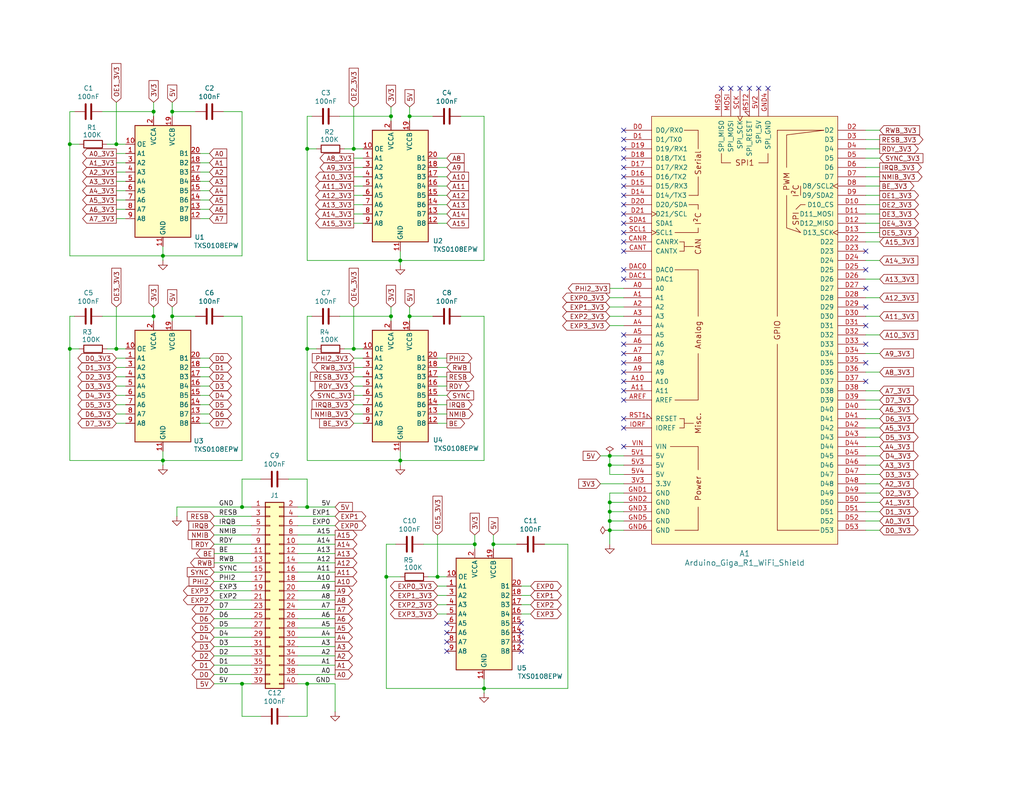
<source format=kicad_sch>
(kicad_sch (version 20231120) (generator "eeschema") (generator_version "8.0")
  (paper "USLetter")
  (title_block (title "6502 Giga Shield") (date "2024-04-08") (rev "1.0") (company "A.C. Wright Design"))
  (junction (at 83.82 186.69))
  (junction (at 31.75 95.25))
  (junction (at 111.76 86.36))
  (junction (at 166.37 139.7))
  (junction (at 46.99 30.48))
  (junction (at 166.37 137.16))
  (junction (at 46.99 86.36))
  (junction (at 106.68 86.36))
  (junction (at 19.05 95.25))
  (junction (at 132.08 187.96))
  (junction (at 83.82 95.25))
  (junction (at 166.37 124.46))
  (junction (at 66.04 138.43))
  (junction (at 111.76 31.75))
  (junction (at 19.05 39.37))
  (junction (at 96.52 40.64))
  (junction (at 41.91 30.48))
  (junction (at 83.82 138.43))
  (junction (at 119.38 157.48))
  (junction (at 109.22 125.73))
  (junction (at 134.62 148.59))
  (junction (at 109.22 71.12))
  (junction (at 96.52 95.25))
  (junction (at 44.45 125.73))
  (junction (at 105.41 157.48))
  (junction (at 66.04 186.69))
  (junction (at 106.68 31.75))
  (junction (at 166.37 144.78))
  (junction (at 166.37 142.24))
  (junction (at 129.54 148.59))
  (junction (at 83.82 40.64))
  (junction (at 31.75 39.37))
  (junction (at 41.91 86.36))
  (junction (at 166.37 127))
  (junction (at 44.45 69.85))
  (no_connect (at 142.24 177.8))
  (no_connect (at 170.18 53.34))
  (no_connect (at 121.92 175.26))
  (no_connect (at 170.18 58.42))
  (no_connect (at 170.18 55.88))
  (no_connect (at 170.18 66.04))
  (no_connect (at 207.01 24.13))
  (no_connect (at 201.93 24.13))
  (no_connect (at 142.24 175.26))
  (no_connect (at 170.18 45.72))
  (no_connect (at 204.47 24.13))
  (no_connect (at 170.18 38.1))
  (no_connect (at 170.18 76.2))
  (no_connect (at 170.18 48.26))
  (no_connect (at 170.18 116.84))
  (no_connect (at 236.22 104.14))
  (no_connect (at 170.18 60.96))
  (no_connect (at 170.18 109.22))
  (no_connect (at 170.18 121.92))
  (no_connect (at 236.22 68.58))
  (no_connect (at 142.24 172.72))
  (no_connect (at 170.18 96.52))
  (no_connect (at 142.24 170.18))
  (no_connect (at 236.22 83.82))
  (no_connect (at 170.18 35.56))
  (no_connect (at 170.18 106.68))
  (no_connect (at 170.18 101.6))
  (no_connect (at 236.22 73.66))
  (no_connect (at 196.85 24.13))
  (no_connect (at 170.18 73.66))
  (no_connect (at 236.22 88.9))
  (no_connect (at 170.18 93.98))
  (no_connect (at 170.18 99.06))
  (no_connect (at 170.18 68.58))
  (no_connect (at 121.92 177.8))
  (no_connect (at 170.18 63.5))
  (no_connect (at 121.92 170.18))
  (no_connect (at 209.55 24.13))
  (no_connect (at 199.39 24.13))
  (no_connect (at 236.22 99.06))
  (no_connect (at 170.18 91.44))
  (no_connect (at 170.18 50.8))
  (no_connect (at 170.18 43.18))
  (no_connect (at 170.18 114.3))
  (no_connect (at 236.22 78.74))
  (no_connect (at 236.22 93.98))
  (no_connect (at 170.18 40.64))
  (no_connect (at 170.18 104.14))
  (no_connect (at 121.92 172.72))
  (wire (pts (xy 31.75 57.15) (xy 34.29 57.15)))
  (wire (pts (xy 119.38 107.95) (xy 121.92 107.95)))
  (wire (pts (xy 31.75 113.03) (xy 34.29 113.03)))
  (wire (pts (xy 154.94 148.59) (xy 154.94 187.96)))
  (wire (pts (xy 58.42 148.59) (xy 68.58 148.59)))
  (wire (pts (xy 46.99 83.82) (xy 46.99 86.36)))
  (wire (pts (xy 236.22 86.36) (xy 240.03 86.36)))
  (wire (pts (xy 71.12 130.81) (xy 66.04 130.81)))
  (wire (pts (xy 236.22 43.18) (xy 240.03 43.18)))
  (wire (pts (xy 31.75 100.33) (xy 34.29 100.33)))
  (wire (pts (xy 19.05 39.37) (xy 19.05 69.85)))
  (wire (pts (xy 31.75 83.82) (xy 31.75 95.25)))
  (wire (pts (xy 116.84 157.48) (xy 119.38 157.48)))
  (wire (pts (xy 96.52 60.96) (xy 99.06 60.96)))
  (wire (pts (xy 166.37 142.24) (xy 166.37 144.78)))
  (wire (pts (xy 236.22 129.54) (xy 240.03 129.54)))
  (wire (pts (xy 83.82 40.64) (xy 86.36 40.64)))
  (wire (pts (xy 96.52 48.26) (xy 99.06 48.26)))
  (wire (pts (xy 118.11 86.36) (xy 111.76 86.36)))
  (wire (pts (xy 236.22 144.78) (xy 240.03 144.78)))
  (wire (pts (xy 58.42 163.83) (xy 68.58 163.83)))
  (wire (pts (xy 111.76 31.75) (xy 111.76 33.02)))
  (wire (pts (xy 41.91 30.48) (xy 41.91 31.75)))
  (wire (pts (xy 54.61 115.57) (xy 57.15 115.57)))
  (wire (pts (xy 81.28 171.45) (xy 91.44 171.45)))
  (wire (pts (xy 96.52 29.21) (xy 96.52 40.64)))
  (wire (pts (xy 46.99 86.36) (xy 46.99 87.63)))
  (wire (pts (xy 68.58 166.37) (xy 58.42 166.37)))
  (wire (pts (xy 96.52 43.18) (xy 99.06 43.18)))
  (wire (pts (xy 68.58 138.43) (xy 66.04 138.43)))
  (wire (pts (xy 19.05 95.25) (xy 19.05 125.73)))
  (wire (pts (xy 31.75 115.57) (xy 34.29 115.57)))
  (wire (pts (xy 54.61 100.33) (xy 57.15 100.33)))
  (wire (pts (xy 236.22 106.68) (xy 240.03 106.68)))
  (wire (pts (xy 154.94 187.96) (xy 132.08 187.96)))
  (wire (pts (xy 44.45 127) (xy 44.45 125.73)))
  (wire (pts (xy 236.22 66.04) (xy 240.03 66.04)))
  (wire (pts (xy 119.38 45.72) (xy 121.92 45.72)))
  (wire (pts (xy 91.44 148.59) (xy 81.28 148.59)))
  (wire (pts (xy 166.37 86.36) (xy 170.18 86.36)))
  (wire (pts (xy 236.22 63.5) (xy 240.03 63.5)))
  (wire (pts (xy 78.74 130.81) (xy 83.82 130.81)))
  (wire (pts (xy 46.99 86.36) (xy 53.34 86.36)))
  (wire (pts (xy 54.61 41.91) (xy 57.15 41.91)))
  (wire (pts (xy 96.52 55.88) (xy 99.06 55.88)))
  (wire (pts (xy 66.04 186.69) (xy 66.04 195.58)))
  (wire (pts (xy 132.08 189.23) (xy 132.08 187.96)))
  (wire (pts (xy 119.38 50.8) (xy 121.92 50.8)))
  (wire (pts (xy 81.28 176.53) (xy 91.44 176.53)))
  (wire (pts (xy 166.37 127) (xy 166.37 129.54)))
  (wire (pts (xy 31.75 110.49) (xy 34.29 110.49)))
  (wire (pts (xy 236.22 111.76) (xy 240.03 111.76)))
  (wire (pts (xy 166.37 144.78) (xy 170.18 144.78)))
  (wire (pts (xy 105.41 157.48) (xy 109.22 157.48)))
  (wire (pts (xy 142.24 160.02) (xy 144.78 160.02)))
  (wire (pts (xy 107.95 148.59) (xy 105.41 148.59)))
  (wire (pts (xy 236.22 137.16) (xy 240.03 137.16)))
  (wire (pts (xy 166.37 88.9) (xy 170.18 88.9)))
  (wire (pts (xy 31.75 44.45) (xy 34.29 44.45)))
  (wire (pts (xy 68.58 186.69) (xy 66.04 186.69)))
  (wire (pts (xy 92.71 86.36) (xy 106.68 86.36)))
  (wire (pts (xy 132.08 125.73) (xy 109.22 125.73)))
  (wire (pts (xy 119.38 110.49) (xy 121.92 110.49)))
  (wire (pts (xy 109.22 71.12) (xy 109.22 68.58)))
  (wire (pts (xy 58.42 168.91) (xy 68.58 168.91)))
  (wire (pts (xy 236.22 60.96) (xy 240.03 60.96)))
  (wire (pts (xy 48.26 140.97) (xy 48.26 138.43)))
  (wire (pts (xy 109.22 127) (xy 109.22 125.73)))
  (wire (pts (xy 106.68 29.21) (xy 106.68 31.75)))
  (wire (pts (xy 96.52 97.79) (xy 99.06 97.79)))
  (wire (pts (xy 134.62 146.05) (xy 134.62 148.59)))
  (wire (pts (xy 236.22 139.7) (xy 240.03 139.7)))
  (wire (pts (xy 83.82 125.73) (xy 109.22 125.73)))
  (wire (pts (xy 83.82 195.58) (xy 78.74 195.58)))
  (wire (pts (xy 163.83 132.08) (xy 170.18 132.08)))
  (wire (pts (xy 68.58 176.53) (xy 58.42 176.53)))
  (wire (pts (xy 58.42 143.51) (xy 68.58 143.51)))
  (wire (pts (xy 119.38 55.88) (xy 121.92 55.88)))
  (wire (pts (xy 92.71 31.75) (xy 106.68 31.75)))
  (wire (pts (xy 68.58 151.13) (xy 58.42 151.13)))
  (wire (pts (xy 163.83 124.46) (xy 166.37 124.46)))
  (wire (pts (xy 140.97 148.59) (xy 134.62 148.59)))
  (wire (pts (xy 129.54 148.59) (xy 129.54 149.86)))
  (wire (pts (xy 41.91 27.94) (xy 41.91 30.48)))
  (wire (pts (xy 96.52 95.25) (xy 99.06 95.25)))
  (wire (pts (xy 83.82 138.43) (xy 81.28 138.43)))
  (wire (pts (xy 81.28 156.21) (xy 91.44 156.21)))
  (wire (pts (xy 27.94 86.36) (xy 41.91 86.36)))
  (wire (pts (xy 58.42 184.15) (xy 68.58 184.15)))
  (wire (pts (xy 93.98 95.25) (xy 96.52 95.25)))
  (wire (pts (xy 148.59 148.59) (xy 154.94 148.59)))
  (wire (pts (xy 91.44 158.75) (xy 81.28 158.75)))
  (wire (pts (xy 119.38 102.87) (xy 121.92 102.87)))
  (wire (pts (xy 125.73 31.75) (xy 132.08 31.75)))
  (wire (pts (xy 68.58 171.45) (xy 58.42 171.45)))
  (wire (pts (xy 236.22 71.12) (xy 240.03 71.12)))
  (wire (pts (xy 119.38 160.02) (xy 121.92 160.02)))
  (wire (pts (xy 119.38 165.1) (xy 121.92 165.1)))
  (wire (pts (xy 119.38 157.48) (xy 121.92 157.48)))
  (wire (pts (xy 132.08 71.12) (xy 109.22 71.12)))
  (wire (pts (xy 236.22 109.22) (xy 240.03 109.22)))
  (wire (pts (xy 236.22 50.8) (xy 240.03 50.8)))
  (wire (pts (xy 54.61 54.61) (xy 57.15 54.61)))
  (wire (pts (xy 31.75 97.79) (xy 34.29 97.79)))
  (wire (pts (xy 96.52 107.95) (xy 99.06 107.95)))
  (wire (pts (xy 236.22 101.6) (xy 240.03 101.6)))
  (wire (pts (xy 236.22 119.38) (xy 240.03 119.38)))
  (wire (pts (xy 119.38 146.05) (xy 119.38 157.48)))
  (wire (pts (xy 105.41 157.48) (xy 105.41 187.96)))
  (wire (pts (xy 111.76 86.36) (xy 111.76 87.63)))
  (wire (pts (xy 31.75 95.25) (xy 34.29 95.25)))
  (wire (pts (xy 96.52 50.8) (xy 99.06 50.8)))
  (wire (pts (xy 119.38 115.57) (xy 121.92 115.57)))
  (wire (pts (xy 54.61 110.49) (xy 57.15 110.49)))
  (wire (pts (xy 58.42 186.69) (xy 66.04 186.69)))
  (wire (pts (xy 60.96 86.36) (xy 66.04 86.36)))
  (wire (pts (xy 31.75 52.07) (xy 34.29 52.07)))
  (wire (pts (xy 96.52 115.57) (xy 99.06 115.57)))
  (wire (pts (xy 54.61 59.69) (xy 57.15 59.69)))
  (wire (pts (xy 236.22 58.42) (xy 240.03 58.42)))
  (wire (pts (xy 91.44 186.69) (xy 91.44 194.31)))
  (wire (pts (xy 66.04 125.73) (xy 44.45 125.73)))
  (wire (pts (xy 31.75 59.69) (xy 34.29 59.69)))
  (wire (pts (xy 91.44 143.51) (xy 81.28 143.51)))
  (wire (pts (xy 134.62 148.59) (xy 134.62 149.86)))
  (wire (pts (xy 91.44 153.67) (xy 81.28 153.67)))
  (wire (pts (xy 68.58 156.21) (xy 58.42 156.21)))
  (wire (pts (xy 166.37 129.54) (xy 170.18 129.54)))
  (wire (pts (xy 58.42 179.07) (xy 68.58 179.07)))
  (wire (pts (xy 132.08 86.36) (xy 132.08 125.73)))
  (wire (pts (xy 236.22 48.26) (xy 240.03 48.26)))
  (wire (pts (xy 119.38 58.42) (xy 121.92 58.42)))
  (wire (pts (xy 19.05 30.48) (xy 19.05 39.37)))
  (wire (pts (xy 125.73 86.36) (xy 132.08 86.36)))
  (wire (pts (xy 20.32 30.48) (xy 19.05 30.48)))
  (wire (pts (xy 166.37 83.82) (xy 170.18 83.82)))
  (wire (pts (xy 119.38 167.64) (xy 121.92 167.64)))
  (wire (pts (xy 236.22 124.46) (xy 240.03 124.46)))
  (wire (pts (xy 83.82 95.25) (xy 83.82 125.73)))
  (wire (pts (xy 66.04 195.58) (xy 71.12 195.58)))
  (wire (pts (xy 91.44 184.15) (xy 81.28 184.15)))
  (wire (pts (xy 236.22 38.1) (xy 240.03 38.1)))
  (wire (pts (xy 81.28 146.05) (xy 91.44 146.05)))
  (wire (pts (xy 58.42 146.05) (xy 68.58 146.05)))
  (wire (pts (xy 142.24 162.56) (xy 144.78 162.56)))
  (wire (pts (xy 66.04 69.85) (xy 44.45 69.85)))
  (wire (pts (xy 166.37 124.46) (xy 170.18 124.46)))
  (wire (pts (xy 236.22 40.64) (xy 240.03 40.64)))
  (wire (pts (xy 105.41 187.96) (xy 132.08 187.96)))
  (wire (pts (xy 31.75 105.41) (xy 34.29 105.41)))
  (wire (pts (xy 54.61 46.99) (xy 57.15 46.99)))
  (wire (pts (xy 81.28 140.97) (xy 91.44 140.97)))
  (wire (pts (xy 31.75 107.95) (xy 34.29 107.95)))
  (wire (pts (xy 236.22 53.34) (xy 240.03 53.34)))
  (wire (pts (xy 166.37 81.28) (xy 170.18 81.28)))
  (wire (pts (xy 142.24 165.1) (xy 144.78 165.1)))
  (wire (pts (xy 236.22 96.52) (xy 240.03 96.52)))
  (wire (pts (xy 166.37 137.16) (xy 170.18 137.16)))
  (wire (pts (xy 54.61 97.79) (xy 57.15 97.79)))
  (wire (pts (xy 96.52 105.41) (xy 99.06 105.41)))
  (wire (pts (xy 132.08 187.96) (xy 132.08 185.42)))
  (wire (pts (xy 68.58 161.29) (xy 58.42 161.29)))
  (wire (pts (xy 236.22 45.72) (xy 240.03 45.72)))
  (wire (pts (xy 19.05 125.73) (xy 44.45 125.73)))
  (wire (pts (xy 81.28 181.61) (xy 91.44 181.61)))
  (wire (pts (xy 129.54 146.05) (xy 129.54 148.59)))
  (wire (pts (xy 81.28 151.13) (xy 91.44 151.13)))
  (wire (pts (xy 166.37 139.7) (xy 170.18 139.7)))
  (wire (pts (xy 54.61 105.41) (xy 57.15 105.41)))
  (wire (pts (xy 109.22 125.73) (xy 109.22 123.19)))
  (wire (pts (xy 46.99 27.94) (xy 46.99 30.48)))
  (wire (pts (xy 166.37 124.46) (xy 166.37 127)))
  (wire (pts (xy 236.22 134.62) (xy 240.03 134.62)))
  (wire (pts (xy 54.61 52.07) (xy 57.15 52.07)))
  (wire (pts (xy 91.44 168.91) (xy 81.28 168.91)))
  (wire (pts (xy 111.76 31.75) (xy 118.11 31.75)))
  (wire (pts (xy 81.28 161.29) (xy 91.44 161.29)))
  (wire (pts (xy 19.05 69.85) (xy 44.45 69.85)))
  (wire (pts (xy 31.75 46.99) (xy 34.29 46.99)))
  (wire (pts (xy 54.61 57.15) (xy 57.15 57.15)))
  (wire (pts (xy 85.09 86.36) (xy 83.82 86.36)))
  (wire (pts (xy 109.22 72.39) (xy 109.22 71.12)))
  (wire (pts (xy 96.52 110.49) (xy 99.06 110.49)))
  (wire (pts (xy 111.76 83.82) (xy 111.76 86.36)))
  (wire (pts (xy 20.32 86.36) (xy 19.05 86.36)))
  (wire (pts (xy 166.37 134.62) (xy 166.37 137.16)))
  (wire (pts (xy 236.22 114.3) (xy 240.03 114.3)))
  (wire (pts (xy 96.52 58.42) (xy 99.06 58.42)))
  (wire (pts (xy 83.82 71.12) (xy 109.22 71.12)))
  (wire (pts (xy 66.04 86.36) (xy 66.04 125.73)))
  (wire (pts (xy 96.52 53.34) (xy 99.06 53.34)))
  (wire (pts (xy 31.75 27.94) (xy 31.75 39.37)))
  (wire (pts (xy 58.42 153.67) (xy 68.58 153.67)))
  (wire (pts (xy 96.52 83.82) (xy 96.52 95.25)))
  (wire (pts (xy 83.82 31.75) (xy 83.82 40.64)))
  (wire (pts (xy 119.38 113.03) (xy 121.92 113.03)))
  (wire (pts (xy 46.99 30.48) (xy 46.99 31.75)))
  (wire (pts (xy 96.52 40.64) (xy 99.06 40.64)))
  (wire (pts (xy 132.08 31.75) (xy 132.08 71.12)))
  (wire (pts (xy 236.22 76.2) (xy 240.03 76.2)))
  (wire (pts (xy 166.37 139.7) (xy 166.37 142.24)))
  (wire (pts (xy 58.42 158.75) (xy 68.58 158.75)))
  (wire (pts (xy 46.99 30.48) (xy 53.34 30.48)))
  (wire (pts (xy 111.76 29.21) (xy 111.76 31.75)))
  (wire (pts (xy 96.52 100.33) (xy 99.06 100.33)))
  (wire (pts (xy 119.38 60.96) (xy 121.92 60.96)))
  (wire (pts (xy 166.37 127) (xy 170.18 127)))
  (wire (pts (xy 31.75 54.61) (xy 34.29 54.61)))
  (wire (pts (xy 83.82 95.25) (xy 86.36 95.25)))
  (wire (pts (xy 236.22 132.08) (xy 240.03 132.08)))
  (wire (pts (xy 119.38 48.26) (xy 121.92 48.26)))
  (wire (pts (xy 83.82 186.69) (xy 83.82 195.58)))
  (wire (pts (xy 68.58 181.61) (xy 58.42 181.61)))
  (wire (pts (xy 142.24 167.64) (xy 144.78 167.64)))
  (wire (pts (xy 41.91 86.36) (xy 41.91 87.63)))
  (wire (pts (xy 106.68 86.36) (xy 106.68 87.63)))
  (wire (pts (xy 44.45 69.85) (xy 44.45 67.31)))
  (wire (pts (xy 170.18 134.62) (xy 166.37 134.62)))
  (wire (pts (xy 166.37 144.78) (xy 166.37 148.59)))
  (wire (pts (xy 83.82 186.69) (xy 91.44 186.69)))
  (wire (pts (xy 105.41 148.59) (xy 105.41 157.48)))
  (wire (pts (xy 236.22 91.44) (xy 240.03 91.44)))
  (wire (pts (xy 96.52 102.87) (xy 99.06 102.87)))
  (wire (pts (xy 41.91 83.82) (xy 41.91 86.36)))
  (wire (pts (xy 44.45 71.12) (xy 44.45 69.85)))
  (wire (pts (xy 119.38 43.18) (xy 121.92 43.18)))
  (wire (pts (xy 83.82 31.75) (xy 85.09 31.75)))
  (wire (pts (xy 236.22 35.56) (xy 240.03 35.56)))
  (wire (pts (xy 19.05 95.25) (xy 21.59 95.25)))
  (wire (pts (xy 19.05 86.36) (xy 19.05 95.25)))
  (wire (pts (xy 106.68 83.82) (xy 106.68 86.36)))
  (wire (pts (xy 83.82 86.36) (xy 83.82 95.25)))
  (wire (pts (xy 27.94 30.48) (xy 41.91 30.48)))
  (wire (pts (xy 236.22 116.84) (xy 240.03 116.84)))
  (wire (pts (xy 54.61 44.45) (xy 57.15 44.45)))
  (wire (pts (xy 236.22 121.92) (xy 240.03 121.92)))
  (wire (pts (xy 236.22 55.88) (xy 240.03 55.88)))
  (wire (pts (xy 236.22 81.28) (xy 240.03 81.28)))
  (wire (pts (xy 31.75 41.91) (xy 34.29 41.91)))
  (wire (pts (xy 96.52 45.72) (xy 99.06 45.72)))
  (wire (pts (xy 91.44 173.99) (xy 81.28 173.99)))
  (wire (pts (xy 119.38 100.33) (xy 121.92 100.33)))
  (wire (pts (xy 54.61 113.03) (xy 57.15 113.03)))
  (wire (pts (xy 83.82 40.64) (xy 83.82 71.12)))
  (wire (pts (xy 29.21 39.37) (xy 31.75 39.37)))
  (wire (pts (xy 236.22 127) (xy 240.03 127)))
  (wire (pts (xy 48.26 138.43) (xy 66.04 138.43)))
  (wire (pts (xy 31.75 39.37) (xy 34.29 39.37)))
  (wire (pts (xy 29.21 95.25) (xy 31.75 95.25)))
  (wire (pts (xy 119.38 105.41) (xy 121.92 105.41)))
  (wire (pts (xy 54.61 102.87) (xy 57.15 102.87)))
  (wire (pts (xy 91.44 138.43) (xy 83.82 138.43)))
  (wire (pts (xy 58.42 173.99) (xy 68.58 173.99)))
  (wire (pts (xy 19.05 39.37) (xy 21.59 39.37)))
  (wire (pts (xy 60.96 30.48) (xy 66.04 30.48)))
  (wire (pts (xy 236.22 142.24) (xy 240.03 142.24)))
  (wire (pts (xy 54.61 107.95) (xy 57.15 107.95)))
  (wire (pts (xy 31.75 102.87) (xy 34.29 102.87)))
  (wire (pts (xy 83.82 130.81) (xy 83.82 138.43)))
  (wire (pts (xy 96.52 113.03) (xy 99.06 113.03)))
  (wire (pts (xy 66.04 30.48) (xy 66.04 69.85)))
  (wire (pts (xy 81.28 186.69) (xy 83.82 186.69)))
  (wire (pts (xy 106.68 31.75) (xy 106.68 33.02)))
  (wire (pts (xy 166.37 142.24) (xy 170.18 142.24)))
  (wire (pts (xy 115.57 148.59) (xy 129.54 148.59)))
  (wire (pts (xy 66.04 130.81) (xy 66.04 138.43)))
  (wire (pts (xy 119.38 162.56) (xy 121.92 162.56)))
  (wire (pts (xy 166.37 137.16) (xy 166.37 139.7)))
  (wire (pts (xy 91.44 163.83) (xy 81.28 163.83)))
  (wire (pts (xy 31.75 49.53) (xy 34.29 49.53)))
  (wire (pts (xy 54.61 49.53) (xy 57.15 49.53)))
  (wire (pts (xy 44.45 125.73) (xy 44.45 123.19)))
  (wire (pts (xy 166.37 78.74) (xy 170.18 78.74)))
  (wire (pts (xy 58.42 140.97) (xy 68.58 140.97)))
  (wire (pts (xy 93.98 40.64) (xy 96.52 40.64)))
  (wire (pts (xy 81.28 166.37) (xy 91.44 166.37)))
  (wire (pts (xy 119.38 97.79) (xy 121.92 97.79)))
  (wire (pts (xy 119.38 53.34) (xy 121.92 53.34)))
  (wire (pts (xy 91.44 179.07) (xy 81.28 179.07)))
  (label "A5" (at 90.17 171.45 180))
  (label "EXP0" (at 90.17 143.51 180))
  (label "A4" (at 90.17 173.99 180))
  (label "RDY" (at 59.69 148.59 0))
  (label "RESB" (at 59.69 140.97 0))
  (label "BE" (at 59.69 151.13 0))
  (label "PHI2" (at 59.69 158.75 0))
  (label "EXP3" (at 59.69 161.29 0))
  (label "A8" (at 90.17 163.83 180))
  (label "A15" (at 90.17 146.05 180))
  (label "D2" (at 59.69 179.07 0))
  (label "D4" (at 59.69 173.99 0))
  (label "A0" (at 90.17 184.15 180))
  (label "D5" (at 59.69 171.45 0))
  (label "A12" (at 90.17 153.67 180))
  (label "A11" (at 90.17 156.21 180))
  (label "D6" (at 59.69 168.91 0))
  (label "GND" (at 59.69 138.43 0))
  (label "IRQB" (at 59.69 143.51 0))
  (label "EXP1" (at 90.17 140.97 180))
  (label "D1" (at 59.69 181.61 0))
  (label "A7" (at 90.17 166.37 180))
  (label "RWB" (at 59.69 153.67 0))
  (label "D7" (at 59.69 166.37 0))
  (label "5V" (at 59.69 186.69 0))
  (label "D0" (at 59.69 184.15 0))
  (label "A9" (at 90.17 161.29 180))
  (label "5V" (at 90.17 138.43 180))
  (label "A3" (at 90.17 176.53 180))
  (label "A2" (at 90.17 179.07 180))
  (label "A6" (at 90.17 168.91 180))
  (label "NMIB" (at 59.69 146.05 0))
  (label "A1" (at 90.17 181.61 180))
  (label "A13" (at 90.17 151.13 180))
  (label "GND" (at 90.17 186.69 180))
  (label "EXP2" (at 59.69 163.83 0))
  (label "SYNC" (at 59.69 156.21 0))
  (label "A10" (at 90.17 158.75 180))
  (label "D3" (at 59.69 176.53 0))
  (label "A14" (at 90.17 148.59 180))
  (global_label "A3_3V3" (shape input) (at 240.03 127 0) (property "Intersheetrefs" "${INTERSHEET_REFS}" (effects (hide yes))))
  (global_label "A13_3V3" (shape input) (at 240.03 76.2 0) (property "Intersheetrefs" "${INTERSHEET_REFS}" (effects (hide yes))))
  (global_label "5V" (shape input) (at 58.42 186.69 180) (property "Intersheetrefs" "${INTERSHEET_REFS}" (effects (hide yes))))
  (global_label "A9_3V3" (shape input) (at 240.03 96.52 0) (property "Intersheetrefs" "${INTERSHEET_REFS}" (effects (hide yes))))
  (global_label "EXP2" (shape bidirectional) (at 144.78 165.1 0) (property "Intersheetrefs" "${INTERSHEET_REFS}" (effects (hide yes))))
  (global_label "A14" (shape output) (at 91.44 148.59 0) (property "Intersheetrefs" "${INTERSHEET_REFS}" (effects (hide yes))))
  (global_label "RWB_3V3" (shape output) (at 96.52 100.33 180) (property "Intersheetrefs" "${INTERSHEET_REFS}" (effects (hide yes))))
  (global_label "EXP1_3V3" (shape bidirectional) (at 119.38 162.56 180) (property "Intersheetrefs" "${INTERSHEET_REFS}" (effects (hide yes))))
  (global_label "D2" (shape bidirectional) (at 58.42 179.07 180) (property "Intersheetrefs" "${INTERSHEET_REFS}" (effects (hide yes))))
  (global_label "OE1_3V3" (shape input) (at 31.75 27.94 90) (property "Intersheetrefs" "${INTERSHEET_REFS}" (effects (hide yes))))
  (global_label "A6_3V3" (shape output) (at 31.75 57.15 180) (property "Intersheetrefs" "${INTERSHEET_REFS}" (effects (hide yes))))
  (global_label "BE_3V3" (shape input) (at 96.52 115.57 180) (property "Intersheetrefs" "${INTERSHEET_REFS}" (effects (hide yes))))
  (global_label "NMIB_3V3" (shape output) (at 240.03 48.26 0) (property "Intersheetrefs" "${INTERSHEET_REFS}" (effects (hide yes))))
  (global_label "D0_3V3" (shape bidirectional) (at 31.75 97.79 180) (property "Intersheetrefs" "${INTERSHEET_REFS}" (effects (hide yes))))
  (global_label "A8" (shape input) (at 121.92 43.18 0) (property "Intersheetrefs" "${INTERSHEET_REFS}" (effects (hide yes))))
  (global_label "D1" (shape bidirectional) (at 58.42 181.61 180) (property "Intersheetrefs" "${INTERSHEET_REFS}" (effects (hide yes))))
  (global_label "A8_3V3" (shape input) (at 240.03 101.6 0) (property "Intersheetrefs" "${INTERSHEET_REFS}" (effects (hide yes))))
  (global_label "A10_3V3" (shape input) (at 240.03 91.44 0) (property "Intersheetrefs" "${INTERSHEET_REFS}" (effects (hide yes))))
  (global_label "RESB_3V3" (shape input) (at 96.52 102.87 180) (property "Intersheetrefs" "${INTERSHEET_REFS}" (effects (hide yes))))
  (global_label "SYNC_3V3" (shape input) (at 240.03 43.18 0) (property "Intersheetrefs" "${INTERSHEET_REFS}" (effects (hide yes))))
  (global_label "3V3" (shape input) (at 41.91 27.94 90) (property "Intersheetrefs" "${INTERSHEET_REFS}" (effects (hide yes))))
  (global_label "PHI2_3V3" (shape output) (at 166.37 78.74 180) (property "Intersheetrefs" "${INTERSHEET_REFS}" (effects (hide yes))))
  (global_label "D2" (shape bidirectional) (at 57.15 102.87 0) (property "Intersheetrefs" "${INTERSHEET_REFS}" (effects (hide yes))))
  (global_label "EXP2_3V3" (shape bidirectional) (at 119.38 165.1 180) (property "Intersheetrefs" "${INTERSHEET_REFS}" (effects (hide yes))))
  (global_label "RWB" (shape input) (at 121.92 100.33 0) (property "Intersheetrefs" "${INTERSHEET_REFS}" (effects (hide yes))))
  (global_label "A1" (shape output) (at 91.44 181.61 0) (property "Intersheetrefs" "${INTERSHEET_REFS}" (effects (hide yes))))
  (global_label "A8_3V3" (shape output) (at 96.52 43.18 180) (property "Intersheetrefs" "${INTERSHEET_REFS}" (effects (hide yes))))
  (global_label "A5" (shape input) (at 57.15 54.61 0) (property "Intersheetrefs" "${INTERSHEET_REFS}" (effects (hide yes))))
  (global_label "A12" (shape output) (at 91.44 153.67 0) (property "Intersheetrefs" "${INTERSHEET_REFS}" (effects (hide yes))))
  (global_label "A6_3V3" (shape input) (at 240.03 111.76 0) (property "Intersheetrefs" "${INTERSHEET_REFS}" (effects (hide yes))))
  (global_label "5V" (shape input) (at 163.83 124.46 180) (property "Intersheetrefs" "${INTERSHEET_REFS}" (effects (hide yes))))
  (global_label "A3" (shape output) (at 91.44 176.53 0) (property "Intersheetrefs" "${INTERSHEET_REFS}" (effects (hide yes))))
  (global_label "A5_3V3" (shape input) (at 240.03 116.84 0) (property "Intersheetrefs" "${INTERSHEET_REFS}" (effects (hide yes))))
  (global_label "RDY" (shape output) (at 121.92 105.41 0) (property "Intersheetrefs" "${INTERSHEET_REFS}" (effects (hide yes))))
  (global_label "EXP0_3V3" (shape bidirectional) (at 119.38 160.02 180) (property "Intersheetrefs" "${INTERSHEET_REFS}" (effects (hide yes))))
  (global_label "EXP0_3V3" (shape bidirectional) (at 166.37 81.28 180) (property "Intersheetrefs" "${INTERSHEET_REFS}" (effects (hide yes))))
  (global_label "A1_3V3" (shape input) (at 240.03 137.16 0) (property "Intersheetrefs" "${INTERSHEET_REFS}" (effects (hide yes))))
  (global_label "5V" (shape input) (at 111.76 83.82 90) (property "Intersheetrefs" "${INTERSHEET_REFS}" (effects (hide yes))))
  (global_label "D0" (shape bidirectional) (at 58.42 184.15 180) (property "Intersheetrefs" "${INTERSHEET_REFS}" (effects (hide yes))))
  (global_label "A13_3V3" (shape output) (at 96.52 55.88 180) (property "Intersheetrefs" "${INTERSHEET_REFS}" (effects (hide yes))))
  (global_label "PHI2_3V3" (shape input) (at 96.52 97.79 180) (property "Intersheetrefs" "${INTERSHEET_REFS}" (effects (hide yes))))
  (global_label "A7_3V3" (shape output) (at 31.75 59.69 180) (property "Intersheetrefs" "${INTERSHEET_REFS}" (effects (hide yes))))
  (global_label "BE_3V3" (shape output) (at 240.03 50.8 0) (property "Intersheetrefs" "${INTERSHEET_REFS}" (effects (hide yes))))
  (global_label "A0_3V3" (shape input) (at 240.03 142.24 0) (property "Intersheetrefs" "${INTERSHEET_REFS}" (effects (hide yes))))
  (global_label "D3" (shape bidirectional) (at 57.15 105.41 0) (property "Intersheetrefs" "${INTERSHEET_REFS}" (effects (hide yes))))
  (global_label "EXP3_3V3" (shape bidirectional) (at 119.38 167.64 180) (property "Intersheetrefs" "${INTERSHEET_REFS}" (effects (hide yes))))
  (global_label "3V3" (shape input) (at 41.91 83.82 90) (property "Intersheetrefs" "${INTERSHEET_REFS}" (effects (hide yes))))
  (global_label "NMIB_3V3" (shape input) (at 96.52 113.03 180) (property "Intersheetrefs" "${INTERSHEET_REFS}" (effects (hide yes))))
  (global_label "OE4_3V3" (shape output) (at 240.03 60.96 0) (property "Intersheetrefs" "${INTERSHEET_REFS}" (effects (hide yes))))
  (global_label "RDY_3V3" (shape output) (at 240.03 40.64 0) (property "Intersheetrefs" "${INTERSHEET_REFS}" (effects (hide yes))))
  (global_label "3V3" (shape input) (at 106.68 29.21 90) (property "Intersheetrefs" "${INTERSHEET_REFS}" (effects (hide yes))))
  (global_label "A2" (shape input) (at 57.15 46.99 0) (property "Intersheetrefs" "${INTERSHEET_REFS}" (effects (hide yes))))
  (global_label "EXP3" (shape bidirectional) (at 58.42 161.29 180) (property "Intersheetrefs" "${INTERSHEET_REFS}" (effects (hide yes))))
  (global_label "D0_3V3" (shape bidirectional) (at 240.03 144.78 0) (property "Intersheetrefs" "${INTERSHEET_REFS}" (effects (hide yes))))
  (global_label "A2_3V3" (shape output) (at 31.75 46.99 180) (property "Intersheetrefs" "${INTERSHEET_REFS}" (effects (hide yes))))
  (global_label "BE" (shape output) (at 121.92 115.57 0) (property "Intersheetrefs" "${INTERSHEET_REFS}" (effects (hide yes))))
  (global_label "A2_3V3" (shape input) (at 240.03 132.08 0) (property "Intersheetrefs" "${INTERSHEET_REFS}" (effects (hide yes))))
  (global_label "A10_3V3" (shape output) (at 96.52 48.26 180) (property "Intersheetrefs" "${INTERSHEET_REFS}" (effects (hide yes))))
  (global_label "EXP2_3V3" (shape bidirectional) (at 166.37 86.36 180) (property "Intersheetrefs" "${INTERSHEET_REFS}" (effects (hide yes))))
  (global_label "A11" (shape input) (at 121.92 50.8 0) (property "Intersheetrefs" "${INTERSHEET_REFS}" (effects (hide yes))))
  (global_label "NMIB" (shape input) (at 58.42 146.05 180) (property "Intersheetrefs" "${INTERSHEET_REFS}" (effects (hide yes))))
  (global_label "D0" (shape bidirectional) (at 57.15 97.79 0) (property "Intersheetrefs" "${INTERSHEET_REFS}" (effects (hide yes))))
  (global_label "PHI2" (shape input) (at 58.42 158.75 180) (property "Intersheetrefs" "${INTERSHEET_REFS}" (effects (hide yes))))
  (global_label "EXP1" (shape bidirectional) (at 91.44 140.97 0) (property "Intersheetrefs" "${INTERSHEET_REFS}" (effects (hide yes))))
  (global_label "A3" (shape input) (at 57.15 49.53 0) (property "Intersheetrefs" "${INTERSHEET_REFS}" (effects (hide yes))))
  (global_label "D2_3V3" (shape bidirectional) (at 31.75 102.87 180) (property "Intersheetrefs" "${INTERSHEET_REFS}" (effects (hide yes))))
  (global_label "D1_3V3" (shape bidirectional) (at 31.75 100.33 180) (property "Intersheetrefs" "${INTERSHEET_REFS}" (effects (hide yes))))
  (global_label "SYNC" (shape input) (at 121.92 107.95 0) (property "Intersheetrefs" "${INTERSHEET_REFS}" (effects (hide yes))))
  (global_label "A14_3V3" (shape input) (at 240.03 71.12 0) (property "Intersheetrefs" "${INTERSHEET_REFS}" (effects (hide yes))))
  (global_label "A8" (shape output) (at 91.44 163.83 0) (property "Intersheetrefs" "${INTERSHEET_REFS}" (effects (hide yes))))
  (global_label "RWB_3V3" (shape input) (at 240.03 35.56 0) (property "Intersheetrefs" "${INTERSHEET_REFS}" (effects (hide yes))))
  (global_label "5V" (shape input) (at 46.99 83.82 90) (property "Intersheetrefs" "${INTERSHEET_REFS}" (effects (hide yes))))
  (global_label "A13" (shape input) (at 121.92 55.88 0) (property "Intersheetrefs" "${INTERSHEET_REFS}" (effects (hide yes))))
  (global_label "RESB_3V3" (shape output) (at 240.03 38.1 0) (property "Intersheetrefs" "${INTERSHEET_REFS}" (effects (hide yes))))
  (global_label "D3_3V3" (shape bidirectional) (at 31.75 105.41 180) (property "Intersheetrefs" "${INTERSHEET_REFS}" (effects (hide yes))))
  (global_label "D5" (shape bidirectional) (at 57.15 110.49 0) (property "Intersheetrefs" "${INTERSHEET_REFS}" (effects (hide yes))))
  (global_label "D5" (shape bidirectional) (at 58.42 171.45 180) (property "Intersheetrefs" "${INTERSHEET_REFS}" (effects (hide yes))))
  (global_label "3V3" (shape input) (at 163.83 132.08 180) (property "Intersheetrefs" "${INTERSHEET_REFS}" (effects (hide yes))))
  (global_label "A12_3V3" (shape input) (at 240.03 81.28 0) (property "Intersheetrefs" "${INTERSHEET_REFS}" (effects (hide yes))))
  (global_label "3V3" (shape input) (at 106.68 83.82 90) (property "Intersheetrefs" "${INTERSHEET_REFS}" (effects (hide yes))))
  (global_label "SYNC_3V3" (shape output) (at 96.52 107.95 180) (property "Intersheetrefs" "${INTERSHEET_REFS}" (effects (hide yes))))
  (global_label "D7_3V3" (shape bidirectional) (at 31.75 115.57 180) (property "Intersheetrefs" "${INTERSHEET_REFS}" (effects (hide yes))))
  (global_label "A0" (shape output) (at 91.44 184.15 0) (property "Intersheetrefs" "${INTERSHEET_REFS}" (effects (hide yes))))
  (global_label "D4_3V3" (shape bidirectional) (at 240.03 124.46 0) (property "Intersheetrefs" "${INTERSHEET_REFS}" (effects (hide yes))))
  (global_label "D4" (shape bidirectional) (at 57.15 107.95 0) (property "Intersheetrefs" "${INTERSHEET_REFS}" (effects (hide yes))))
  (global_label "D3_3V3" (shape bidirectional) (at 240.03 129.54 0) (property "Intersheetrefs" "${INTERSHEET_REFS}" (effects (hide yes))))
  (global_label "A9_3V3" (shape output) (at 96.52 45.72 180) (property "Intersheetrefs" "${INTERSHEET_REFS}" (effects (hide yes))))
  (global_label "A11" (shape output) (at 91.44 156.21 0) (property "Intersheetrefs" "${INTERSHEET_REFS}" (effects (hide yes))))
  (global_label "EXP3_3V3" (shape bidirectional) (at 166.37 88.9 180) (property "Intersheetrefs" "${INTERSHEET_REFS}" (effects (hide yes))))
  (global_label "A4" (shape input) (at 57.15 52.07 0) (property "Intersheetrefs" "${INTERSHEET_REFS}" (effects (hide yes))))
  (global_label "D1_3V3" (shape bidirectional) (at 240.03 139.7 0) (property "Intersheetrefs" "${INTERSHEET_REFS}" (effects (hide yes))))
  (global_label "A1" (shape input) (at 57.15 44.45 0) (property "Intersheetrefs" "${INTERSHEET_REFS}" (effects (hide yes))))
  (global_label "EXP2" (shape bidirectional) (at 58.42 163.83 180) (property "Intersheetrefs" "${INTERSHEET_REFS}" (effects (hide yes))))
  (global_label "EXP0" (shape bidirectional) (at 144.78 160.02 0) (property "Intersheetrefs" "${INTERSHEET_REFS}" (effects (hide yes))))
  (global_label "D6_3V3" (shape bidirectional) (at 31.75 113.03 180) (property "Intersheetrefs" "${INTERSHEET_REFS}" (effects (hide yes))))
  (global_label "A15_3V3" (shape input) (at 240.03 66.04 0) (property "Intersheetrefs" "${INTERSHEET_REFS}" (effects (hide yes))))
  (global_label "D4_3V3" (shape bidirectional) (at 31.75 107.95 180) (property "Intersheetrefs" "${INTERSHEET_REFS}" (effects (hide yes))))
  (global_label "RDY_3V3" (shape input) (at 96.52 105.41 180) (property "Intersheetrefs" "${INTERSHEET_REFS}" (effects (hide yes))))
  (global_label "5V" (shape input) (at 111.76 29.21 90) (property "Intersheetrefs" "${INTERSHEET_REFS}" (effects (hide yes))))
  (global_label "A5_3V3" (shape output) (at 31.75 54.61 180) (property "Intersheetrefs" "${INTERSHEET_REFS}" (effects (hide yes))))
  (global_label "D7" (shape bidirectional) (at 57.15 115.57 0) (property "Intersheetrefs" "${INTERSHEET_REFS}" (effects (hide yes))))
  (global_label "IRQB" (shape input) (at 58.42 143.51 180) (property "Intersheetrefs" "${INTERSHEET_REFS}" (effects (hide yes))))
  (global_label "A5" (shape output) (at 91.44 171.45 0) (property "Intersheetrefs" "${INTERSHEET_REFS}" (effects (hide yes))))
  (global_label "A1_3V3" (shape output) (at 31.75 44.45 180) (property "Intersheetrefs" "${INTERSHEET_REFS}" (effects (hide yes))))
  (global_label "OE5_3V3" (shape output) (at 240.03 63.5 0) (property "Intersheetrefs" "${INTERSHEET_REFS}" (effects (hide yes))))
  (global_label "A9" (shape input) (at 121.92 45.72 0) (property "Intersheetrefs" "${INTERSHEET_REFS}" (effects (hide yes))))
  (global_label "BE" (shape output) (at 58.42 151.13 180) (property "Intersheetrefs" "${INTERSHEET_REFS}" (effects (hide yes))))
  (global_label "IRQB_3V3" (shape output) (at 240.03 45.72 0) (property "Intersheetrefs" "${INTERSHEET_REFS}" (effects (hide yes))))
  (global_label "A10" (shape output) (at 91.44 158.75 0) (property "Intersheetrefs" "${INTERSHEET_REFS}" (effects (hide yes))))
  (global_label "PHI2" (shape output) (at 121.92 97.79 0) (property "Intersheetrefs" "${INTERSHEET_REFS}" (effects (hide yes))))
  (global_label "A4" (shape output) (at 91.44 173.99 0) (property "Intersheetrefs" "${INTERSHEET_REFS}" (effects (hide yes))))
  (global_label "RESB" (shape output) (at 121.92 102.87 0) (property "Intersheetrefs" "${INTERSHEET_REFS}" (effects (hide yes))))
  (global_label "A4_3V3" (shape input) (at 240.03 121.92 0) (property "Intersheetrefs" "${INTERSHEET_REFS}" (effects (hide yes))))
  (global_label "A6" (shape output) (at 91.44 168.91 0) (property "Intersheetrefs" "${INTERSHEET_REFS}" (effects (hide yes))))
  (global_label "A11_3V3" (shape input) (at 240.03 86.36 0) (property "Intersheetrefs" "${INTERSHEET_REFS}" (effects (hide yes))))
  (global_label "A14" (shape input) (at 121.92 58.42 0) (property "Intersheetrefs" "${INTERSHEET_REFS}" (effects (hide yes))))
  (global_label "5V" (shape input) (at 134.62 146.05 90) (property "Intersheetrefs" "${INTERSHEET_REFS}" (effects (hide yes))))
  (global_label "EXP3" (shape bidirectional) (at 144.78 167.64 0) (property "Intersheetrefs" "${INTERSHEET_REFS}" (effects (hide yes))))
  (global_label "A7" (shape input) (at 57.15 59.69 0) (property "Intersheetrefs" "${INTERSHEET_REFS}" (effects (hide yes))))
  (global_label "A15" (shape input) (at 121.92 60.96 0) (property "Intersheetrefs" "${INTERSHEET_REFS}" (effects (hide yes))))
  (global_label "A12_3V3" (shape output) (at 96.52 53.34 180) (property "Intersheetrefs" "${INTERSHEET_REFS}" (effects (hide yes))))
  (global_label "RESB" (shape input) (at 58.42 140.97 180) (property "Intersheetrefs" "${INTERSHEET_REFS}" (effects (hide yes))))
  (global_label "IRQB" (shape output) (at 121.92 110.49 0) (property "Intersheetrefs" "${INTERSHEET_REFS}" (effects (hide yes))))
  (global_label "EXP0" (shape bidirectional) (at 91.44 143.51 0) (property "Intersheetrefs" "${INTERSHEET_REFS}" (effects (hide yes))))
  (global_label "5V" (shape input) (at 46.99 27.94 90) (property "Intersheetrefs" "${INTERSHEET_REFS}" (effects (hide yes))))
  (global_label "A10" (shape input) (at 121.92 48.26 0) (property "Intersheetrefs" "${INTERSHEET_REFS}" (effects (hide yes))))
  (global_label "OE2_3V3" (shape output) (at 240.03 55.88 0) (property "Intersheetrefs" "${INTERSHEET_REFS}" (effects (hide yes))))
  (global_label "D6" (shape bidirectional) (at 58.42 168.91 180) (property "Intersheetrefs" "${INTERSHEET_REFS}" (effects (hide yes))))
  (global_label "SYNC" (shape input) (at 58.42 156.21 180) (property "Intersheetrefs" "${INTERSHEET_REFS}" (effects (hide yes))))
  (global_label "EXP1_3V3" (shape bidirectional) (at 166.37 83.82 180) (property "Intersheetrefs" "${INTERSHEET_REFS}" (effects (hide yes))))
  (global_label "OE1_3V3" (shape output) (at 240.03 53.34 0) (property "Intersheetrefs" "${INTERSHEET_REFS}" (effects (hide yes))))
  (global_label "A15_3V3" (shape output) (at 96.52 60.96 180) (property "Intersheetrefs" "${INTERSHEET_REFS}" (effects (hide yes))))
  (global_label "A3_3V3" (shape output) (at 31.75 49.53 180) (property "Intersheetrefs" "${INTERSHEET_REFS}" (effects (hide yes))))
  (global_label "OE5_3V3" (shape input) (at 119.38 146.05 90) (property "Intersheetrefs" "${INTERSHEET_REFS}" (effects (hide yes))))
  (global_label "IRQB_3V3" (shape input) (at 96.52 110.49 180) (property "Intersheetrefs" "${INTERSHEET_REFS}" (effects (hide yes))))
  (global_label "A14_3V3" (shape output) (at 96.52 58.42 180) (property "Intersheetrefs" "${INTERSHEET_REFS}" (effects (hide yes))))
  (global_label "3V3" (shape input) (at 129.54 146.05 90) (property "Intersheetrefs" "${INTERSHEET_REFS}" (effects (hide yes))))
  (global_label "D1" (shape bidirectional) (at 57.15 100.33 0) (property "Intersheetrefs" "${INTERSHEET_REFS}" (effects (hide yes))))
  (global_label "A9" (shape output) (at 91.44 161.29 0) (property "Intersheetrefs" "${INTERSHEET_REFS}" (effects (hide yes))))
  (global_label "RDY" (shape input) (at 58.42 148.59 180) (property "Intersheetrefs" "${INTERSHEET_REFS}" (effects (hide yes))))
  (global_label "A0_3V3" (shape output) (at 31.75 41.91 180) (property "Intersheetrefs" "${INTERSHEET_REFS}" (effects (hide yes))))
  (global_label "A15" (shape output) (at 91.44 146.05 0) (property "Intersheetrefs" "${INTERSHEET_REFS}" (effects (hide yes))))
  (global_label "A7_3V3" (shape input) (at 240.03 106.68 0) (property "Intersheetrefs" "${INTERSHEET_REFS}" (effects (hide yes))))
  (global_label "OE3_3V3" (shape input) (at 31.75 83.82 90) (property "Intersheetrefs" "${INTERSHEET_REFS}" (effects (hide yes))))
  (global_label "OE4_3V3" (shape input) (at 96.52 83.82 90) (property "Intersheetrefs" "${INTERSHEET_REFS}" (effects (hide yes))))
  (global_label "A2" (shape output) (at 91.44 179.07 0) (property "Intersheetrefs" "${INTERSHEET_REFS}" (effects (hide yes))))
  (global_label "A11_3V3" (shape output) (at 96.52 50.8 180) (property "Intersheetrefs" "${INTERSHEET_REFS}" (effects (hide yes))))
  (global_label "D2_3V3" (shape bidirectional) (at 240.03 134.62 0) (property "Intersheetrefs" "${INTERSHEET_REFS}" (effects (hide yes))))
  (global_label "D3" (shape bidirectional) (at 58.42 176.53 180) (property "Intersheetrefs" "${INTERSHEET_REFS}" (effects (hide yes))))
  (global_label "D6_3V3" (shape bidirectional) (at 240.03 114.3 0) (property "Intersheetrefs" "${INTERSHEET_REFS}" (effects (hide yes))))
  (global_label "OE3_3V3" (shape output) (at 240.03 58.42 0) (property "Intersheetrefs" "${INTERSHEET_REFS}" (effects (hide yes))))
  (global_label "D4" (shape bidirectional) (at 58.42 173.99 180) (property "Intersheetrefs" "${INTERSHEET_REFS}" (effects (hide yes))))
  (global_label "D5_3V3" (shape bidirectional) (at 31.75 110.49 180) (property "Intersheetrefs" "${INTERSHEET_REFS}" (effects (hide yes))))
  (global_label "A7" (shape output) (at 91.44 166.37 0) (property "Intersheetrefs" "${INTERSHEET_REFS}" (effects (hide yes))))
  (global_label "A6" (shape input) (at 57.15 57.15 0) (property "Intersheetrefs" "${INTERSHEET_REFS}" (effects (hide yes))))
  (global_label "D7" (shape bidirectional) (at 58.42 166.37 180) (property "Intersheetrefs" "${INTERSHEET_REFS}" (effects (hide yes))))
  (global_label "A0" (shape input) (at 57.15 41.91 0) (property "Intersheetrefs" "${INTERSHEET_REFS}" (effects (hide yes))))
  (global_label "EXP1" (shape bidirectional) (at 144.78 162.56 0) (property "Intersheetrefs" "${INTERSHEET_REFS}" (effects (hide yes))))
  (global_label "A13" (shape output) (at 91.44 151.13 0) (property "Intersheetrefs" "${INTERSHEET_REFS}" (effects (hide yes))))
  (global_label "OE2_3V3" (shape input) (at 96.52 29.21 90) (property "Intersheetrefs" "${INTERSHEET_REFS}" (effects (hide yes))))
  (global_label "A4_3V3" (shape output) (at 31.75 52.07 180) (property "Intersheetrefs" "${INTERSHEET_REFS}" (effects (hide yes))))
  (global_label "A12" (shape input) (at 121.92 53.34 0) (property "Intersheetrefs" "${INTERSHEET_REFS}" (effects (hide yes))))
  (global_label "D5_3V3" (shape bidirectional) (at 240.03 119.38 0) (property "Intersheetrefs" "${INTERSHEET_REFS}" (effects (hide yes))))
  (global_label "5V" (shape input) (at 91.44 138.43 0) (property "Intersheetrefs" "${INTERSHEET_REFS}" (effects (hide yes))))
  (global_label "D6" (shape bidirectional) (at 57.15 113.03 0) (property "Intersheetrefs" "${INTERSHEET_REFS}" (effects (hide yes))))
  (global_label "NMIB" (shape output) (at 121.92 113.03 0) (property "Intersheetrefs" "${INTERSHEET_REFS}" (effects (hide yes))))
  (global_label "RWB" (shape output) (at 58.42 153.67 180) (property "Intersheetrefs" "${INTERSHEET_REFS}" (effects (hide yes))))
  (global_label "D7_3V3" (shape bidirectional) (at 240.03 109.22 0) (property "Intersheetrefs" "${INTERSHEET_REFS}" (effects (hide yes))))
  (symbol (lib_id "PCM_arduino-library:Arduino_Giga_R1_WiFi_Shield") (at 203.2 90.17 0) (unit 1) (in_bom no)
    (property "Reference" "A1" (at 203.2 151.13 0) (effects (font (size 1.524 1.524))))
    (property "Value" "Arduino_Giga_R1_WiFi_Shield" (at 203.2 153.67 0) (effects (font (size 1.524 1.524))))
    (property "Footprint" "6502 Parts:Arduino_Giga_R1_WiFi_Shield" (effects (hide yes)))
    (property "Datasheet" "https://docs.arduino.cc/hardware/giga-r1-wifi" (effects (hide yes)))
    (property "Description" "Shield for Arduino Giga R1 WiFi" (effects (hide yes)))
  )
  (symbol (lib_id "Device:C") (at 57.15 30.48 270) (unit 1)
    (property "Reference" "C2" (at 57.15 24.0792 90))
    (property "Value" "100nF" (at 57.15 26.3906 90))
    (property "Footprint" "Capacitor_SMD:C_0805_2012Metric" (effects (hide yes)))
    (property "Description" "Unpolarized capacitor" (effects (hide yes)))
    (property "LCSC" "C49678" (effects (hide yes)))
  )
  (symbol (lib_id "Device:C") (at 57.15 86.36 270) (unit 1)
    (property "Reference" "C6" (at 57.15 79.9592 90))
    (property "Value" "100nF" (at 57.15 82.2706 90))
    (property "Footprint" "Capacitor_SMD:C_0805_2012Metric" (effects (hide yes)))
    (property "Description" "Unpolarized capacitor" (effects (hide yes)))
    (property "LCSC" "C49678" (effects (hide yes)))
  )
  (symbol (lib_id "Device:R") (at 90.17 40.64 270) (unit 1)
    (property "Reference" "R2" (at 91.186 36.068 90) (effects (justify right)))
    (property "Value" "100K" (at 92.456 38.1 90) (effects (justify right)))
    (property "Footprint" "Resistor_SMD:R_0805_2012Metric" (effects (hide yes)))
    (property "Description" "Resistor" (effects (hide yes)))
    (property "LCSC" "C149504" (effects (hide yes)))
  )
  (symbol (lib_id "Logic_LevelTranslator:TXS0108EPW") (at 44.45 49.53 0) (unit 1)
    (property "Reference" "U1" (at 53.086 64.77 0) (effects (justify left)))
    (property "Value" "TXS0108EPW" (at 52.832 67.056 0) (effects (justify left)))
    (property "Footprint" "Package_SO:TSSOP-20_4.4x6.5mm_P0.65mm" (effects (hide yes)))
    (property "Datasheet" "www.ti.com/lit/ds/symlink/txs0108e.pdf" (effects (hide yes)))
    (property "Description" "Bidirectional  level-shifting voltage translator, TSSOP-20" (effects (hide yes)))
    (property "LCSC" "C17206" (effects (hide yes)))
  )
  (symbol (lib_id "Device:C") (at 24.13 86.36 270) (unit 1)
    (property "Reference" "C5" (at 24.13 79.9592 90))
    (property "Value" "100nF" (at 24.13 82.2706 90))
    (property "Footprint" "Capacitor_SMD:C_0805_2012Metric" (effects (hide yes)))
    (property "Description" "Unpolarized capacitor" (effects (hide yes)))
    (property "LCSC" "C49678" (effects (hide yes)))
  )
  (symbol (lib_id "power:GND") (at 109.22 72.39 0) (unit 1)
    (property "Reference" "#PWR02" (effects (hide yes)))
    (property "Value" "GND" (effects (hide yes)))
    (property "Description" "Power symbol creates a global label with name \"GND\" , ground" (effects (hide yes)))
  )
  (symbol (lib_id "Logic_LevelTranslator:TXS0108EPW") (at 109.22 105.41 0) (unit 1)
    (property "Reference" "U4" (at 118.11 120.142 0) (effects (justify left)))
    (property "Value" "TXS0108EPW" (at 118.364 122.428 0) (effects (justify left)))
    (property "Footprint" "Package_SO:TSSOP-20_4.4x6.5mm_P0.65mm" (effects (hide yes)))
    (property "Datasheet" "www.ti.com/lit/ds/symlink/txs0108e.pdf" (effects (hide yes)))
    (property "Description" "Bidirectional  level-shifting voltage translator, TSSOP-20" (effects (hide yes)))
    (property "LCSC" "C17206" (effects (hide yes)))
  )
  (symbol (lib_id "Device:C") (at 74.93 195.58 270) (unit 1)
    (property "Reference" "C12" (at 74.93 189.1792 90))
    (property "Value" "100nF" (at 74.93 191.4906 90))
    (property "Footprint" "Capacitor_SMD:C_0805_2012Metric" (effects (hide yes)))
    (property "Description" "Unpolarized capacitor" (effects (hide yes)))
    (property "LCSC" "C49678" (effects (hide yes)))
  )
  (symbol (lib_id "Device:R") (at 113.03 157.48 270) (unit 1)
    (property "Reference" "R5" (at 112.776 152.908 90) (effects (justify right)))
    (property "Value" "100K" (at 115.316 154.94 90) (effects (justify right)))
    (property "Footprint" "Resistor_SMD:R_0805_2012Metric" (effects (hide yes)))
    (property "Description" "Resistor" (effects (hide yes)))
    (property "LCSC" "C149504" (effects (hide yes)))
  )
  (symbol (lib_id "Device:R") (at 25.4 39.37 270) (unit 1)
    (property "Reference" "R1" (at 26.416 34.798 90) (effects (justify right)))
    (property "Value" "100K" (at 27.686 36.83 90) (effects (justify right)))
    (property "Footprint" "Resistor_SMD:R_0805_2012Metric" (effects (hide yes)))
    (property "Description" "Resistor" (effects (hide yes)))
    (property "LCSC" "C149504" (effects (hide yes)))
  )
  (symbol (lib_id "Device:C") (at 111.76 148.59 270) (unit 1)
    (property "Reference" "C10" (at 111.76 142.1892 90))
    (property "Value" "100nF" (at 111.76 144.5006 90))
    (property "Footprint" "Capacitor_SMD:C_0805_2012Metric" (effects (hide yes)))
    (property "Description" "Unpolarized capacitor" (effects (hide yes)))
    (property "LCSC" "C49678" (effects (hide yes)))
  )
  (symbol (lib_id "Logic_LevelTranslator:TXS0108EPW") (at 132.08 167.64 0) (unit 1)
    (property "Reference" "U5" (at 140.97 182.372 0) (effects (justify left)))
    (property "Value" "TXS0108EPW" (at 141.224 184.658 0) (effects (justify left)))
    (property "Footprint" "Package_SO:TSSOP-20_4.4x6.5mm_P0.65mm" (effects (hide yes)))
    (property "Datasheet" "www.ti.com/lit/ds/symlink/txs0108e.pdf" (effects (hide yes)))
    (property "Description" "Bidirectional  level-shifting voltage translator, TSSOP-20" (effects (hide yes)))
    (property "LCSC" "C17206" (effects (hide yes)))
  )
  (symbol (lib_id "Connector_Generic:Conn_02x20_Odd_Even") (at 73.66 161.29 0) (unit 1) (in_bom no)
    (property "Reference" "J1" (at 74.93 135.255 0))
    (property "Value" "Conn_02x20_Odd_Even" (effects (hide yes)))
    (property "Footprint" "Connector_PinHeader_2.54mm:PinHeader_2x20_P2.54mm_Vertical" (effects (hide yes)))
    (property "Description" "Generic connector, double row, 02x20, odd/even pin numbering scheme (row 1 odd numbers, row 2 even numbers), script generated (kicad-library-utils/schlib/autogen/connector/)" (effects (hide yes)))
  )
  (symbol (lib_id "power:GND") (at 44.45 127 0) (unit 1)
    (property "Reference" "#PWR03" (effects (hide yes)))
    (property "Value" "GND" (effects (hide yes)))
    (property "Description" "Power symbol creates a global label with name \"GND\" , ground" (effects (hide yes)))
  )
  (symbol (lib_id "power:GND") (at 132.08 189.23 0) (unit 1)
    (property "Reference" "#PWR07" (effects (hide yes)))
    (property "Value" "GND" (effects (hide yes)))
    (property "Description" "Power symbol creates a global label with name \"GND\" , ground" (effects (hide yes)))
  )
  (symbol (lib_id "power:GND") (at 166.37 148.59 0) (unit 1)
    (property "Reference" "#PWR06" (effects (hide yes)))
    (property "Value" "GND" (effects (hide yes)))
    (property "Description" "Power symbol creates a global label with name \"GND\" , ground" (effects (hide yes)))
  )
  (symbol (lib_id "Device:C") (at 88.9 86.36 270) (unit 1)
    (property "Reference" "C7" (at 88.9 79.9592 90))
    (property "Value" "100nF" (at 88.9 82.2706 90))
    (property "Footprint" "Capacitor_SMD:C_0805_2012Metric" (effects (hide yes)))
    (property "Description" "Unpolarized capacitor" (effects (hide yes)))
    (property "LCSC" "C49678" (effects (hide yes)))
  )
  (symbol (lib_id "power:PWR_FLAG") (at 166.37 124.46 0) (unit 1)
    (property "Reference" "#FLG01" (effects (hide yes)))
    (property "Value" "PWR_FLAG" (effects (hide yes)))
    (property "Description" "Special symbol for telling ERC where power comes from" (effects (hide yes)))
  )
  (symbol (lib_id "Device:R") (at 25.4 95.25 270) (unit 1)
    (property "Reference" "R3" (at 25.146 90.678 90) (effects (justify right)))
    (property "Value" "100K" (at 27.432 92.71 90) (effects (justify right)))
    (property "Footprint" "Resistor_SMD:R_0805_2012Metric" (effects (hide yes)))
    (property "Description" "Resistor" (effects (hide yes)))
    (property "LCSC" "C149504" (effects (hide yes)))
  )
  (symbol (lib_id "power:GND") (at 44.45 71.12 0) (unit 1)
    (property "Reference" "#PWR01" (effects (hide yes)))
    (property "Value" "GND" (effects (hide yes)))
    (property "Description" "Power symbol creates a global label with name \"GND\" , ground" (effects (hide yes)))
  )
  (symbol (lib_id "Logic_LevelTranslator:TXS0108EPW") (at 109.22 50.8 0) (unit 1)
    (property "Reference" "U2" (at 118.11 65.786 0) (effects (justify left)))
    (property "Value" "TXS0108EPW" (at 118.11 68.072 0) (effects (justify left)))
    (property "Footprint" "Package_SO:TSSOP-20_4.4x6.5mm_P0.65mm" (effects (hide yes)))
    (property "Datasheet" "www.ti.com/lit/ds/symlink/txs0108e.pdf" (effects (hide yes)))
    (property "Description" "Bidirectional  level-shifting voltage translator, TSSOP-20" (effects (hide yes)))
    (property "LCSC" "C17206" (effects (hide yes)))
  )
  (symbol (lib_id "power:GND") (at 109.22 127 0) (unit 1)
    (property "Reference" "#PWR04" (effects (hide yes)))
    (property "Value" "GND" (effects (hide yes)))
    (property "Description" "Power symbol creates a global label with name \"GND\" , ground" (effects (hide yes)))
  )
  (symbol (lib_id "Device:C") (at 144.78 148.59 270) (unit 1)
    (property "Reference" "C11" (at 144.78 142.1892 90))
    (property "Value" "100nF" (at 144.78 144.5006 90))
    (property "Footprint" "Capacitor_SMD:C_0805_2012Metric" (effects (hide yes)))
    (property "Description" "Unpolarized capacitor" (effects (hide yes)))
    (property "LCSC" "C49678" (effects (hide yes)))
  )
  (symbol (lib_id "power:GND") (at 48.26 140.97 0) (unit 1)
    (property "Reference" "#PWR05" (effects (hide yes)))
    (property "Value" "GND" (effects (hide yes)))
    (property "Description" "Power symbol creates a global label with name \"GND\" , ground" (effects (hide yes)))
  )
  (symbol (lib_id "power:GND") (at 91.44 194.31 0) (unit 1)
    (property "Reference" "#PWR08" (effects (hide yes)))
    (property "Value" "GND" (effects (hide yes)))
    (property "Description" "Power symbol creates a global label with name \"GND\" , ground" (effects (hide yes)))
  )
  (symbol (lib_id "Device:C") (at 74.93 130.81 270) (unit 1)
    (property "Reference" "C9" (at 74.93 124.4092 90))
    (property "Value" "100nF" (at 74.93 126.7206 90))
    (property "Footprint" "Capacitor_SMD:C_0805_2012Metric" (effects (hide yes)))
    (property "Description" "Unpolarized capacitor" (effects (hide yes)))
    (property "LCSC" "C49678" (effects (hide yes)))
  )
  (symbol (lib_id "Logic_LevelTranslator:TXS0108EPW") (at 44.45 105.41 0) (unit 1)
    (property "Reference" "U3" (at 52.832 120.396 0) (effects (justify left)))
    (property "Value" "TXS0108EPW" (at 52.832 122.682 0) (effects (justify left)))
    (property "Footprint" "Package_SO:TSSOP-20_4.4x6.5mm_P0.65mm" (effects (hide yes)))
    (property "Datasheet" "www.ti.com/lit/ds/symlink/txs0108e.pdf" (effects (hide yes)))
    (property "Description" "Bidirectional  level-shifting voltage translator, TSSOP-20" (effects (hide yes)))
    (property "LCSC" "C17206" (effects (hide yes)))
  )
  (symbol (lib_id "power:PWR_FLAG") (at 166.37 144.78 90) (unit 1)
    (property "Reference" "#FLG02" (effects (hide yes)))
    (property "Value" "PWR_FLAG" (effects (hide yes)))
    (property "Description" "Special symbol for telling ERC where power comes from" (effects (hide yes)))
  )
  (symbol (lib_id "Device:C") (at 121.92 86.36 270) (unit 1)
    (property "Reference" "C8" (at 121.92 79.9592 90))
    (property "Value" "100nF" (at 121.92 82.2706 90))
    (property "Footprint" "Capacitor_SMD:C_0805_2012Metric" (effects (hide yes)))
    (property "Description" "Unpolarized capacitor" (effects (hide yes)))
    (property "LCSC" "C49678" (effects (hide yes)))
  )
  (symbol (lib_id "Device:R") (at 90.17 95.25 270) (unit 1)
    (property "Reference" "R4" (at 89.916 90.678 90) (effects (justify right)))
    (property "Value" "100K" (at 92.456 92.71 90) (effects (justify right)))
    (property "Footprint" "Resistor_SMD:R_0805_2012Metric" (effects (hide yes)))
    (property "Description" "Resistor" (effects (hide yes)))
    (property "LCSC" "C149504" (effects (hide yes)))
  )
  (symbol (lib_id "Device:C") (at 24.13 30.48 270) (unit 1)
    (property "Reference" "C1" (at 24.13 24.0792 90))
    (property "Value" "100nF" (at 24.13 26.3906 90))
    (property "Footprint" "Capacitor_SMD:C_0805_2012Metric" (effects (hide yes)))
    (property "Description" "Unpolarized capacitor" (effects (hide yes)))
    (property "LCSC" "C49678" (effects (hide yes)))
  )
  (symbol (lib_id "Device:C") (at 88.9 31.75 270) (unit 1)
    (property "Reference" "C3" (at 88.9 25.3492 90))
    (property "Value" "100nF" (at 88.9 27.6606 90))
    (property "Footprint" "Capacitor_SMD:C_0805_2012Metric" (effects (hide yes)))
    (property "Description" "Unpolarized capacitor" (effects (hide yes)))
    (property "LCSC" "C49678" (effects (hide yes)))
  )
  (symbol (lib_id "Device:C") (at 121.92 31.75 270) (unit 1)
    (property "Reference" "C4" (at 121.92 25.3492 90))
    (property "Value" "100nF" (at 121.92 27.6606 90))
    (property "Footprint" "Capacitor_SMD:C_0805_2012Metric" (effects (hide yes)))
    (property "Description" "Unpolarized capacitor" (effects (hide yes)))
    (property "LCSC" "C49678" (effects (hide yes)))
  )
)
</source>
